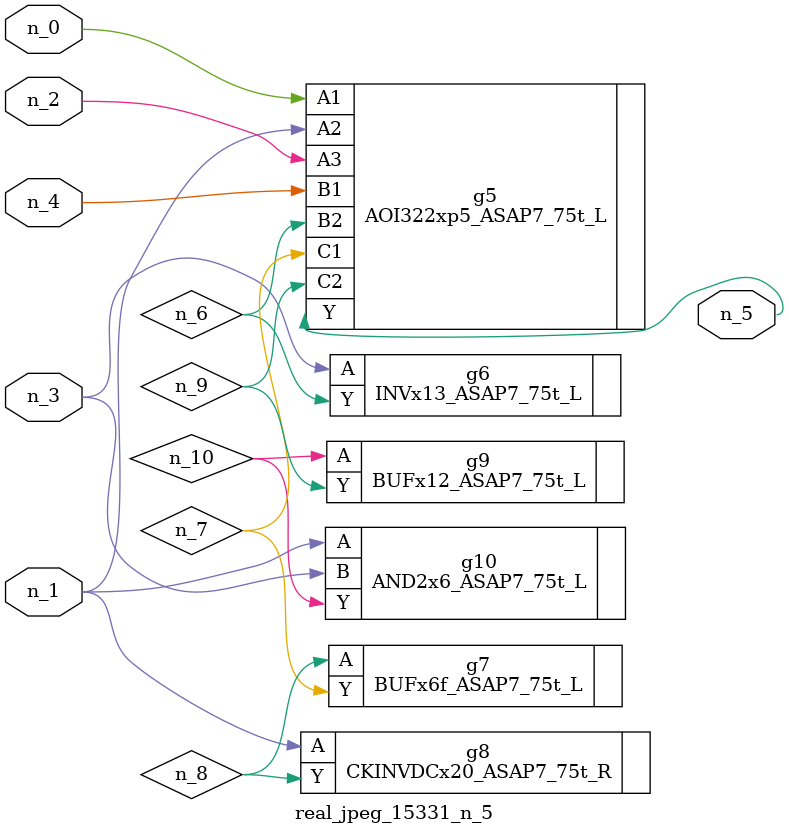
<source format=v>
module real_jpeg_15331_n_5 (n_4, n_0, n_1, n_2, n_3, n_5);

input n_4;
input n_0;
input n_1;
input n_2;
input n_3;

output n_5;

wire n_8;
wire n_6;
wire n_7;
wire n_10;
wire n_9;

AOI322xp5_ASAP7_75t_L g5 ( 
.A1(n_0),
.A2(n_1),
.A3(n_2),
.B1(n_4),
.B2(n_6),
.C1(n_7),
.C2(n_9),
.Y(n_5)
);

CKINVDCx20_ASAP7_75t_R g8 ( 
.A(n_1),
.Y(n_8)
);

AND2x6_ASAP7_75t_L g10 ( 
.A(n_1),
.B(n_3),
.Y(n_10)
);

INVx13_ASAP7_75t_L g6 ( 
.A(n_3),
.Y(n_6)
);

BUFx6f_ASAP7_75t_L g7 ( 
.A(n_8),
.Y(n_7)
);

BUFx12_ASAP7_75t_L g9 ( 
.A(n_10),
.Y(n_9)
);


endmodule
</source>
